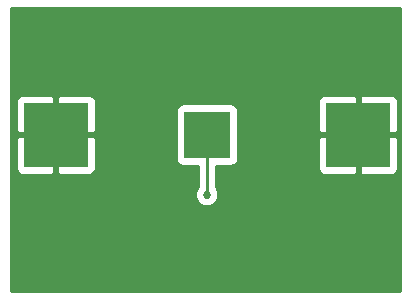
<source format=gbl>
G04 #@! TF.FileFunction,Copper,L2,Bot,Signal*
%FSLAX46Y46*%
G04 Gerber Fmt 4.6, Leading zero omitted, Abs format (unit mm)*
G04 Created by KiCad (PCBNEW 4.0.2-stable) date 2016 May 29, Sunday 21:59:10*
%MOMM*%
G01*
G04 APERTURE LIST*
%ADD10C,0.100000*%
%ADD11R,4.000000X4.000000*%
%ADD12R,5.500000X5.500000*%
%ADD13C,0.685800*%
%ADD14C,0.254000*%
G04 APERTURE END LIST*
D10*
D11*
X105410000Y-91440000D03*
D12*
X92610000Y-91440000D03*
X118210000Y-91440000D03*
D13*
X105410000Y-96520000D03*
X108204000Y-88900000D03*
X100965000Y-94615000D03*
D14*
X105410000Y-91440000D02*
X105410000Y-96520000D01*
G36*
X121718000Y-104700000D02*
X88848000Y-104700000D01*
X88848000Y-91725750D01*
X89225000Y-91725750D01*
X89225000Y-94316310D01*
X89321673Y-94549699D01*
X89500302Y-94728327D01*
X89733691Y-94825000D01*
X92324250Y-94825000D01*
X92483000Y-94666250D01*
X92483000Y-91567000D01*
X92737000Y-91567000D01*
X92737000Y-94666250D01*
X92895750Y-94825000D01*
X95486309Y-94825000D01*
X95719698Y-94728327D01*
X95898327Y-94549699D01*
X95995000Y-94316310D01*
X95995000Y-91725750D01*
X95836250Y-91567000D01*
X92737000Y-91567000D01*
X92483000Y-91567000D01*
X89383750Y-91567000D01*
X89225000Y-91725750D01*
X88848000Y-91725750D01*
X88848000Y-88563690D01*
X89225000Y-88563690D01*
X89225000Y-91154250D01*
X89383750Y-91313000D01*
X92483000Y-91313000D01*
X92483000Y-88213750D01*
X92737000Y-88213750D01*
X92737000Y-91313000D01*
X95836250Y-91313000D01*
X95995000Y-91154250D01*
X95995000Y-89440000D01*
X102762560Y-89440000D01*
X102762560Y-93440000D01*
X102806838Y-93675317D01*
X102945910Y-93891441D01*
X103158110Y-94036431D01*
X103410000Y-94087440D01*
X104648000Y-94087440D01*
X104648000Y-95898917D01*
X104581460Y-95965341D01*
X104432270Y-96324630D01*
X104431931Y-96713663D01*
X104580493Y-97073212D01*
X104855341Y-97348540D01*
X105214630Y-97497730D01*
X105603663Y-97498069D01*
X105963212Y-97349507D01*
X106238540Y-97074659D01*
X106387730Y-96715370D01*
X106388069Y-96326337D01*
X106239507Y-95966788D01*
X106172000Y-95899163D01*
X106172000Y-94087440D01*
X107410000Y-94087440D01*
X107645317Y-94043162D01*
X107861441Y-93904090D01*
X108006431Y-93691890D01*
X108057440Y-93440000D01*
X108057440Y-91725750D01*
X114825000Y-91725750D01*
X114825000Y-94316310D01*
X114921673Y-94549699D01*
X115100302Y-94728327D01*
X115333691Y-94825000D01*
X117924250Y-94825000D01*
X118083000Y-94666250D01*
X118083000Y-91567000D01*
X118337000Y-91567000D01*
X118337000Y-94666250D01*
X118495750Y-94825000D01*
X121086309Y-94825000D01*
X121319698Y-94728327D01*
X121498327Y-94549699D01*
X121595000Y-94316310D01*
X121595000Y-91725750D01*
X121436250Y-91567000D01*
X118337000Y-91567000D01*
X118083000Y-91567000D01*
X114983750Y-91567000D01*
X114825000Y-91725750D01*
X108057440Y-91725750D01*
X108057440Y-89440000D01*
X108013162Y-89204683D01*
X107874090Y-88988559D01*
X107661890Y-88843569D01*
X107410000Y-88792560D01*
X103410000Y-88792560D01*
X103174683Y-88836838D01*
X102958559Y-88975910D01*
X102813569Y-89188110D01*
X102762560Y-89440000D01*
X95995000Y-89440000D01*
X95995000Y-88563690D01*
X114825000Y-88563690D01*
X114825000Y-91154250D01*
X114983750Y-91313000D01*
X118083000Y-91313000D01*
X118083000Y-88213750D01*
X118337000Y-88213750D01*
X118337000Y-91313000D01*
X121436250Y-91313000D01*
X121595000Y-91154250D01*
X121595000Y-88563690D01*
X121498327Y-88330301D01*
X121319698Y-88151673D01*
X121086309Y-88055000D01*
X118495750Y-88055000D01*
X118337000Y-88213750D01*
X118083000Y-88213750D01*
X117924250Y-88055000D01*
X115333691Y-88055000D01*
X115100302Y-88151673D01*
X114921673Y-88330301D01*
X114825000Y-88563690D01*
X95995000Y-88563690D01*
X95898327Y-88330301D01*
X95719698Y-88151673D01*
X95486309Y-88055000D01*
X92895750Y-88055000D01*
X92737000Y-88213750D01*
X92483000Y-88213750D01*
X92324250Y-88055000D01*
X89733691Y-88055000D01*
X89500302Y-88151673D01*
X89321673Y-88330301D01*
X89225000Y-88563690D01*
X88848000Y-88563690D01*
X88848000Y-80720000D01*
X121718000Y-80720000D01*
X121718000Y-104700000D01*
X121718000Y-104700000D01*
G37*
X121718000Y-104700000D02*
X88848000Y-104700000D01*
X88848000Y-91725750D01*
X89225000Y-91725750D01*
X89225000Y-94316310D01*
X89321673Y-94549699D01*
X89500302Y-94728327D01*
X89733691Y-94825000D01*
X92324250Y-94825000D01*
X92483000Y-94666250D01*
X92483000Y-91567000D01*
X92737000Y-91567000D01*
X92737000Y-94666250D01*
X92895750Y-94825000D01*
X95486309Y-94825000D01*
X95719698Y-94728327D01*
X95898327Y-94549699D01*
X95995000Y-94316310D01*
X95995000Y-91725750D01*
X95836250Y-91567000D01*
X92737000Y-91567000D01*
X92483000Y-91567000D01*
X89383750Y-91567000D01*
X89225000Y-91725750D01*
X88848000Y-91725750D01*
X88848000Y-88563690D01*
X89225000Y-88563690D01*
X89225000Y-91154250D01*
X89383750Y-91313000D01*
X92483000Y-91313000D01*
X92483000Y-88213750D01*
X92737000Y-88213750D01*
X92737000Y-91313000D01*
X95836250Y-91313000D01*
X95995000Y-91154250D01*
X95995000Y-89440000D01*
X102762560Y-89440000D01*
X102762560Y-93440000D01*
X102806838Y-93675317D01*
X102945910Y-93891441D01*
X103158110Y-94036431D01*
X103410000Y-94087440D01*
X104648000Y-94087440D01*
X104648000Y-95898917D01*
X104581460Y-95965341D01*
X104432270Y-96324630D01*
X104431931Y-96713663D01*
X104580493Y-97073212D01*
X104855341Y-97348540D01*
X105214630Y-97497730D01*
X105603663Y-97498069D01*
X105963212Y-97349507D01*
X106238540Y-97074659D01*
X106387730Y-96715370D01*
X106388069Y-96326337D01*
X106239507Y-95966788D01*
X106172000Y-95899163D01*
X106172000Y-94087440D01*
X107410000Y-94087440D01*
X107645317Y-94043162D01*
X107861441Y-93904090D01*
X108006431Y-93691890D01*
X108057440Y-93440000D01*
X108057440Y-91725750D01*
X114825000Y-91725750D01*
X114825000Y-94316310D01*
X114921673Y-94549699D01*
X115100302Y-94728327D01*
X115333691Y-94825000D01*
X117924250Y-94825000D01*
X118083000Y-94666250D01*
X118083000Y-91567000D01*
X118337000Y-91567000D01*
X118337000Y-94666250D01*
X118495750Y-94825000D01*
X121086309Y-94825000D01*
X121319698Y-94728327D01*
X121498327Y-94549699D01*
X121595000Y-94316310D01*
X121595000Y-91725750D01*
X121436250Y-91567000D01*
X118337000Y-91567000D01*
X118083000Y-91567000D01*
X114983750Y-91567000D01*
X114825000Y-91725750D01*
X108057440Y-91725750D01*
X108057440Y-89440000D01*
X108013162Y-89204683D01*
X107874090Y-88988559D01*
X107661890Y-88843569D01*
X107410000Y-88792560D01*
X103410000Y-88792560D01*
X103174683Y-88836838D01*
X102958559Y-88975910D01*
X102813569Y-89188110D01*
X102762560Y-89440000D01*
X95995000Y-89440000D01*
X95995000Y-88563690D01*
X114825000Y-88563690D01*
X114825000Y-91154250D01*
X114983750Y-91313000D01*
X118083000Y-91313000D01*
X118083000Y-88213750D01*
X118337000Y-88213750D01*
X118337000Y-91313000D01*
X121436250Y-91313000D01*
X121595000Y-91154250D01*
X121595000Y-88563690D01*
X121498327Y-88330301D01*
X121319698Y-88151673D01*
X121086309Y-88055000D01*
X118495750Y-88055000D01*
X118337000Y-88213750D01*
X118083000Y-88213750D01*
X117924250Y-88055000D01*
X115333691Y-88055000D01*
X115100302Y-88151673D01*
X114921673Y-88330301D01*
X114825000Y-88563690D01*
X95995000Y-88563690D01*
X95898327Y-88330301D01*
X95719698Y-88151673D01*
X95486309Y-88055000D01*
X92895750Y-88055000D01*
X92737000Y-88213750D01*
X92483000Y-88213750D01*
X92324250Y-88055000D01*
X89733691Y-88055000D01*
X89500302Y-88151673D01*
X89321673Y-88330301D01*
X89225000Y-88563690D01*
X88848000Y-88563690D01*
X88848000Y-80720000D01*
X121718000Y-80720000D01*
X121718000Y-104700000D01*
M02*

</source>
